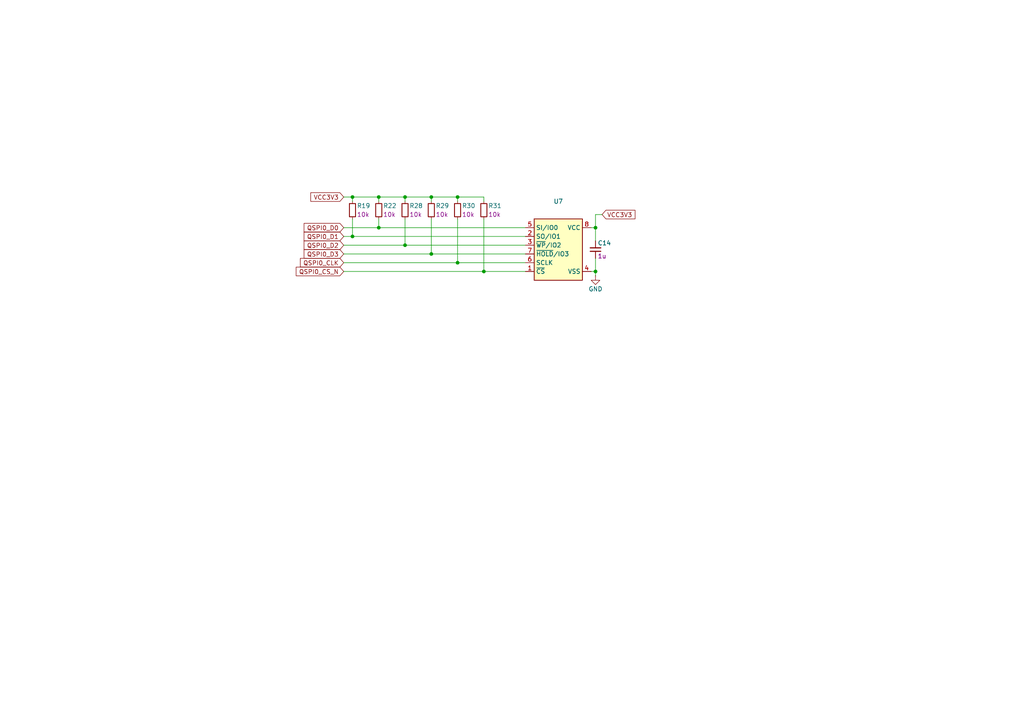
<source format=kicad_sch>
(kicad_sch (version 20230121) (generator eeschema)
  (paper "A4")
  (lib_symbols
    (symbol "C_470n_0402_1" (pin_numbers hide) (pin_names hide)
      (property "Reference" "C" (at 20.32 -5.08 0))
      (property "Val" "470n" (at 20.32 -7.62 0))
      (symbol "C_470n_0402_1_0_1"
        (polyline (pts (xy 2.032 -1.524) (xy 2.032 1.524)) (stroke (width 0.3048)))
        (polyline (pts (xy 3.048 -1.524) (xy 3.048 1.524)) (stroke (width 0.3302)))
      )
      (symbol "C_470n_0402_1_1_1"
        (pin passive line (at 0 0 0) (length 2.032) (name "~") (number "1"))
        (pin passive line (at 5.08 0 180) (length 2.032) (name "~") (number "2"))
      )
    )
    (symbol "R_10k_0402_1" (pin_numbers hide) (pin_names hide)
      (property "Reference" "R" (at 20.32 -5.08 0))
      (property "Val" "10k" (at 20.32 -7.62 0))
      (symbol "R_10k_0402_1_0_1"
        (rectangle (start 0.635 0.889) (end 4.445 -0.889) (stroke (width 0.254)))
      )
      (symbol "R_10k_0402_1_1_1"
        (pin passive line (at 0 0 0) (length 0.635) (name "~") (number "1"))
        (pin passive line (at 5.08 0 180) (length 0.635) (name "~") (number "2"))
      )
    )
    (symbol "R_10k_0402_14" (pin_numbers hide) (pin_names hide)
      (property "Reference" "R" (at 20.32 -5.08 0))
      (property "Val" "10k" (at 20.32 -7.62 0))
      (symbol "R_10k_0402_14_0_1"
        (rectangle (start 0.635 0.889) (end 4.445 -0.889) (stroke (width 0.254)))
      )
      (symbol "R_10k_0402_14_1_1"
        (pin passive line (at 0 0 0) (length 0.635) (name "~") (number "1"))
        (pin passive line (at 5.08 0 180) (length 0.635) (name "~") (number "2"))
      )
    )
    (symbol "R_10k_0402_15" (pin_numbers hide) (pin_names hide)
      (property "Reference" "R" (at 20.32 -5.08 0))
      (property "Val" "10k" (at 20.32 -7.62 0))
      (symbol "R_10k_0402_15_0_1"
        (rectangle (start 0.635 0.889) (end 4.445 -0.889) (stroke (width 0.254)))
      )
      (symbol "R_10k_0402_15_1_1"
        (pin passive line (at 0 0 0) (length 0.635) (name "~") (number "1"))
        (pin passive line (at 5.08 0 180) (length 0.635) (name "~") (number "2"))
      )
    )
    (symbol "R_4k7_0402_1" (pin_numbers hide) (pin_names hide)
      (property "Reference" "R" (at 20.32 -5.08 0))
      (property "Val" "4k7" (at 20.32 -7.62 0))
      (symbol "R_4k7_0402_1_0_1"
        (rectangle (start 0.635 0.889) (end 4.445 -0.889) (stroke (width 0.254)))
      )
      (symbol "R_4k7_0402_1_1_1"
        (pin passive line (at 0 0 0) (length 0.635) (name "~") (number "1"))
        (pin passive line (at 5.08 0 180) (length 0.635) (name "~") (number "2"))
      )
    )
    (symbol "antmicroMemory:W25Q32JW_SOIC-8"
      (property "Reference" "U" (at 33.02 -3.81 0))
      (property "Value" "W25Q32JW_SOIC-8" (at 33.02 -6.35 0))
      (symbol "W25Q32JW_SOIC-8_1_1"
        (rectangle (start 2.54 2.54) (end 16.51 -15.24) (stroke (width 0.254)) (fill (type background)))
        (pin input line (at 0 -12.7 0) (length 2.54) (name "~{CS}") (number "1"))
        (pin bidirectional line (at 0 -2.54 0) (length 2.54) (name "SO/IO1") (number "2"))
        (pin bidirectional line (at 0 -5.08 0) (length 2.54) (name "~{WP}/IO2") (number "3"))
        (pin power_in line (at 19.05 -12.7 180) (length 2.54) (name "VSS") (number "4"))
        (pin bidirectional line (at 0 0 0) (length 2.54) (name "SI/IO0") (number "5"))
        (pin input line (at 0 -10.16 0) (length 2.54) (name "SCLK") (number "6"))
        (pin bidirectional line (at 0 -7.62 0) (length 2.54) (name "~{HOLD}/IO3") (number "7"))
        (pin power_in line (at 19.05 0 180) (length 2.54) (name "VCC") (number "8"))
      )
    )
    (symbol "antmicroResistors0402:R_10k_0402" (pin_numbers hide) (pin_names hide)
      (property "Reference" "R" (at 20.32 -5.08 0))
      (property "Val" "10k" (at 20.32 -7.62 0))
      (symbol "R_10k_0402_0_1"
        (rectangle (start 0.635 0.889) (end 4.445 -0.889) (stroke (width 0.254)))
      )
      (symbol "R_10k_0402_1_1"
        (pin passive line (at 0 0 0) (length 0.635) (name "~") (number "1"))
        (pin passive line (at 5.08 0 180) (length 0.635) (name "~") (number "2"))
      )
    )
    (symbol "antmicroResistors0402:R_1k_0402" (pin_numbers hide) (pin_names hide)
      (property "Reference" "R" (at 20.32 -5.08 0))
      (property "Val" "1k" (at 20.32 -7.62 0))
      (symbol "R_1k_0402_0_1"
        (rectangle (start 0.635 0.889) (end 4.445 -0.889) (stroke (width 0.254)))
      )
      (symbol "R_1k_0402_1_1"
        (pin passive line (at 0 0 0) (length 0.635) (name "~") (number "1"))
        (pin passive line (at 5.08 0 180) (length 0.635) (name "~") (number "2"))
      )
    )
    (symbol "antmicropower:GND" (power) (pin_numbers hide) (pin_names hide)
      (property "Value" "GND" (at 8.89 -5.08 0))
      (symbol "GND_1_1"
        (polyline (pts (xy 0 0) (xy 0 -1.27) (xy 1.27 -1.27) (xy 0 -2.54) (xy -1.27 -1.27) (xy 0 -1.27)))
        (pin power_in line (at 0 0 270) (length 0) (name "GND") (number "1"))
      )
    )
  )
  (junction (at 132.715 76.2))
  (junction (at 109.855 57.15))
  (junction (at 125.095 57.15))
  (junction (at 117.475 71.12))
  (junction (at 102.235 57.15))
  (junction (at 132.715 57.15))
  (junction (at 117.475 57.15))
  (junction (at 172.72 78.74))
  (junction (at 125.095 73.66))
  (junction (at 172.72 66.04))
  (junction (at 140.335 78.74))
  (junction (at 109.855 66.04))
  (junction (at 102.235 68.58))
  (wire (pts (xy 174.625 62.23) (xy 172.72 62.23)))
  (wire (pts (xy 132.715 76.2) (xy 152.4 76.2)))
  (wire (pts (xy 140.335 63.5) (xy 140.335 78.74)))
  (wire (pts (xy 102.235 68.58) (xy 152.4 68.58)))
  (wire (pts (xy 117.475 57.15) (xy 125.095 57.15)))
  (wire (pts (xy 125.095 57.15) (xy 125.095 58.42)))
  (wire (pts (xy 132.715 57.15) (xy 140.335 57.15)))
  (wire (pts (xy 172.72 78.74) (xy 171.45 78.74)))
  (wire (pts (xy 109.855 57.15) (xy 109.855 58.42)))
  (wire (pts (xy 109.855 66.04) (xy 152.4 66.04)))
  (wire (pts (xy 109.855 57.15) (xy 117.475 57.15)))
  (wire (pts (xy 132.715 63.5) (xy 132.715 76.2)))
  (wire (pts (xy 99.695 68.58) (xy 102.235 68.58)))
  (wire (pts (xy 99.695 57.15) (xy 102.235 57.15)))
  (wire (pts (xy 140.335 57.15) (xy 140.335 58.42)))
  (wire (pts (xy 140.335 78.74) (xy 152.4 78.74)))
  (wire (pts (xy 99.695 66.04) (xy 109.855 66.04)))
  (wire (pts (xy 117.475 71.12) (xy 152.4 71.12)))
  (wire (pts (xy 125.095 57.15) (xy 132.715 57.15)))
  (wire (pts (xy 117.475 57.15) (xy 117.475 58.42)))
  (wire (pts (xy 109.855 63.5) (xy 109.855 66.04)))
  (wire (pts (xy 172.72 74.93) (xy 172.72 78.74)))
  (wire (pts (xy 117.475 63.5) (xy 117.475 71.12)))
  (wire (pts (xy 102.235 57.15) (xy 102.235 58.42)))
  (wire (pts (xy 102.235 57.15) (xy 109.855 57.15)))
  (wire (pts (xy 99.695 76.2) (xy 132.715 76.2)))
  (wire (pts (xy 132.715 57.15) (xy 132.715 58.42)))
  (wire (pts (xy 171.45 66.04) (xy 172.72 66.04)))
  (wire (pts (xy 125.095 63.5) (xy 125.095 73.66)))
  (wire (pts (xy 125.095 73.66) (xy 152.4 73.66)))
  (wire (pts (xy 172.72 69.85) (xy 172.72 66.04)))
  (wire (pts (xy 99.695 78.74) (xy 140.335 78.74)))
  (wire (pts (xy 172.72 78.74) (xy 172.72 80.01)))
  (wire (pts (xy 99.695 71.12) (xy 117.475 71.12)))
  (wire (pts (xy 99.695 73.66) (xy 125.095 73.66)))
  (wire (pts (xy 172.72 62.23) (xy 172.72 66.04)))
  (wire (pts (xy 102.235 63.5) (xy 102.235 68.58)))
  (global_label "QSPI0_CLK" (shape input) (at 99.695 76.2 180) (property "Intersheetrefs" "${INTERSHEET_REFS}" (effects hide)))
  (global_label "VCC3V3" (shape input) (at 99.695 57.15 180) (property "Intersheetrefs" "${INTERSHEET_REFS}" (effects hide)))
  (global_label "QSPI0_D0" (shape input) (at 99.695 66.04 180) (property "Intersheetrefs" "${INTERSHEET_REFS}" (effects hide)))
  (global_label "QSPI0_CS_N" (shape input) (at 99.695 78.74 180) (property "Intersheetrefs" "${INTERSHEET_REFS}" (effects hide)))
  (global_label "VCC3V3" (shape input) (at 174.625 62.23 0) (property "Intersheetrefs" "${INTERSHEET_REFS}" (effects hide)))
  (global_label "QSPI0_D3" (shape input) (at 99.695 73.66 180) (property "Intersheetrefs" "${INTERSHEET_REFS}" (effects hide)))
  (global_label "QSPI0_D1" (shape input) (at 99.695 68.58 180) (property "Intersheetrefs" "${INTERSHEET_REFS}" (effects hide)))
  (global_label "QSPI0_D2" (shape input) (at 99.695 71.12 180) (property "Intersheetrefs" "${INTERSHEET_REFS}" (effects hide)))
  (symbol (lib_name "R_10k_0402_15") (lib_id "antmicroResistors0402:R_10k_0402") (at 109.855 63.5 90) (unit 1)
    (property "Reference" "R22" (at 111.125 59.69 90) (effects (justify right)))
    (property "Value" "10k" (effects hide))
    (property "Footprint" "antmicro-footprints:R_0402_1005Metric" (effects hide))
    (property "Datasheet" "https://www.bourns.com/docs/product-datasheets/cr.pdf" (effects hide))
    (property "Manufacturer" "Bourns" (effects hide))
    (property "MPN" "CR0402-FX-1002GLF" (effects hide))
    (property "Val" "10k" (at 111.125 62.23 90) (effects (justify right)))
    (property "License" "Apache-2.0" (effects hide))
    (property "Author" "Antmicro" (effects hide))
    (property "Tolerance" "1%" (effects hide))
    (property "LCSC" "C25744" (effects hide))
  )
  (symbol (lib_name "R_10k_0402_14") (lib_id "antmicroResistors0402:R_10k_0402") (at 125.095 63.5 90) (unit 1)
    (property "Reference" "R29" (at 126.365 59.69 90) (effects (justify right)))
    (property "Value" "10k" (effects hide))
    (property "Footprint" "antmicro-footprints:R_0402_1005Metric" (effects hide))
    (property "Datasheet" "https://www.bourns.com/docs/product-datasheets/cr.pdf" (effects hide))
    (property "Manufacturer" "Bourns" (effects hide))
    (property "MPN" "CR0402-FX-1002GLF" (effects hide))
    (property "Val" "10k" (at 126.365 62.23 90) (effects (justify right)))
    (property "License" "Apache-2.0" (effects hide))
    (property "Author" "Antmicro" (effects hide))
    (property "Tolerance" "1%" (effects hide))
    (property "LCSC" "C25744" (effects hide))
  )
  (symbol (lib_id "antmicroMemory:W25Q32JW_SOIC-8") (at 152.4 66.04 0) (unit 1)
    (property "Reference" "U7" (at 161.925 58.42 0))
    (property "Value" "W25Q128JWSIQ" (effects hide))
    (property "Footprint" "antmicro-footprints:SOIC-8-1EP_5.3x5.3x2mm_P1.27mm" (effects hide))
    (property "Datasheet" "https://www.mouser.pl/datasheet/2/949/w25q32jw_spi_revf_09042018-1489621.pdf" (effects hide))
    (property "MPN" "W25Q128JWSIQ" (effects hide))
    (property "Manufacturer" "Winbond" (effects hide))
    (property "Author" "Antmicro" (effects hide))
    (property "License" "Apache-2.0" (effects hide))
    (property "LCSC" "C113767" (effects hide))
  )
  (symbol (lib_name "R_10k_0402_1") (lib_id "antmicroResistors0402:R_10k_0402") (at 102.235 63.5 270) (mirror x) (unit 1)
    (property "Reference" "R19" (at 103.505 59.69 90) (effects (justify left)))
    (property "Value" "10k" (effects hide))
    (property "Footprint" "antmicro-footprints:R_0402_1005Metric" (effects hide))
    (property "Datasheet" "https://www.bourns.com/docs/product-datasheets/cr.pdf" (effects hide))
    (property "Manufacturer" "Bourns" (effects hide))
    (property "MPN" "CR0402-FX-1002GLF" (effects hide))
    (property "Val" "10k" (at 103.505 62.23 90) (effects (justify left)))
    (property "License" "Apache-2.0" (effects hide))
    (property "Author" "Antmicro" (effects hide))
    (property "Tolerance" "1%" (effects hide))
    (property "LCSC" "C25744" (effects hide))
  )
  (symbol (lib_name "R_4k7_0402_1") (lib_id "antmicroResistors0402:R_4k7_0402") (at 140.335 58.42 270) (unit 1)
    (property "Reference" "R31" (at 141.605 59.69 90) (effects (justify left)))
    (property "Value" "10k" (effects hide))
    (property "Footprint" "antmicro-footprints:R_0402_1005Metric" (effects hide))
    (property "Datasheet" "https://www.bourns.com/docs/product-datasheets/cr.pdf" (effects hide))
    (property "Manufacturer" "Bourns" (effects hide))
    (property "MPN" "CR0402-FX-4701GLF" (effects hide))
    (property "Val" "10k" (at 141.605 62.23 90) (effects (justify left)))
    (property "License" "Apache-2.0" (effects hide))
    (property "Author" "Antmicro" (effects hide))
    (property "Tolerance" "1%" (effects hide))
    (property "LCSC" "C25744" (effects hide))
  )
  (symbol (lib_id "antmicroResistors0402:R_10k_0402") (at 117.475 63.5 90) (unit 1)
    (property "Reference" "R28" (at 118.745 59.69 90) (effects (justify right)))
    (property "Value" "10k" (effects hide))
    (property "Footprint" "antmicro-footprints:R_0402_1005Metric" (effects hide))
    (property "Datasheet" "https://www.bourns.com/docs/product-datasheets/cr.pdf" (effects hide))
    (property "Manufacturer" "Bourns" (effects hide))
    (property "MPN" "CR0402-FX-1002GLF" (effects hide))
    (property "Val" "10k" (at 118.745 62.23 90) (effects (justify right)))
    (property "License" "Apache-2.0" (effects hide))
    (property "Author" "Antmicro" (effects hide))
    (property "Tolerance" "1%" (effects hide))
    (property "LCSC" "C25744" (effects hide))
  )
  (symbol (lib_id "antmicropower:GND") (at 172.72 80.01 0) (mirror y) (unit 1)
    (property "Reference" "#PWR018" (effects hide))
    (property "Value" "GND" (at 172.72 83.82 0))
    (property "Author" "Antmicro" (effects hide))
    (property "License" "Apache-2.0" (effects hide))
  )
  (symbol (lib_id "antmicroResistors0402:R_1k_0402") (at 132.715 58.42 270) (unit 1)
    (property "Reference" "R30" (at 133.985 59.69 90) (effects (justify left)))
    (property "Value" "10k" (effects hide))
    (property "Footprint" "antmicro-footprints:R_0402_1005Metric" (effects hide))
    (property "Datasheet" "https://www.bourns.com/docs/product-datasheets/cr.pdf" (effects hide))
    (property "Manufacturer" "Bourns" (effects hide))
    (property "MPN" "CR0402-FX-1001GLF" (effects hide))
    (property "Val" "10k" (at 133.985 62.23 90) (effects (justify left)))
    (property "License" "Apache-2.0" (effects hide))
    (property "Author" "Antmicro" (effects hide))
    (property "Tolerance" "1%" (effects hide))
    (property "LCSC" "C25744" (effects hide))
  )
  (symbol (lib_name "C_470n_0402_1") (lib_id "antmicroCapacitors0402:C_470n_0402") (at 172.72 74.93 90) (unit 1)
    (property "Reference" "C14" (at 173.355 70.485 90) (effects (justify right)))
    (property "Value" "1u" (effects hide))
    (property "Footprint" "antmicro-footprints:C_0402_1005Metric" (effects hide))
    (property "Datasheet" " " (effects hide))
    (property "Manufacturer" "TDK" (effects hide))
    (property "MPN" "C1005X5R1E474M050BB" (effects hide))
    (property "Val" "1u" (at 173.355 74.295 90) (effects (justify right)))
    (property "License" "Apache-2.0" (effects hide))
    (property "Author" "Antmicro" (effects hide))
    (property "LCSC" "C52923" (effects hide))
  )
)
</source>
